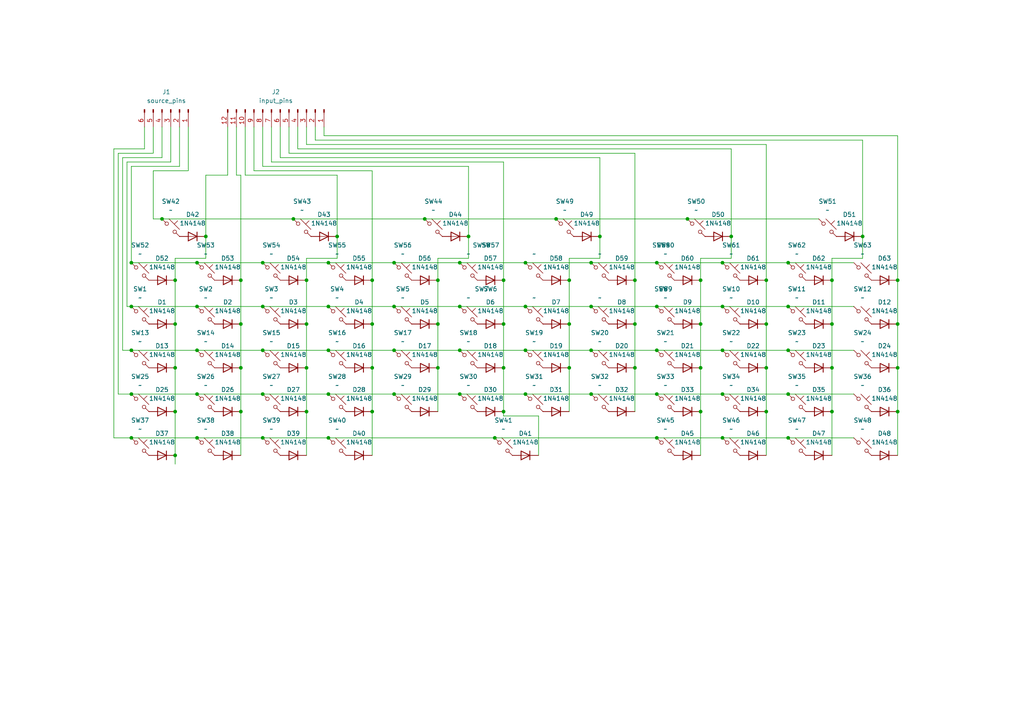
<source format=kicad_sch>
(kicad_sch (version 20250114) (generator "eeschema") (generator_version "9.0")
  (paper "A4")
  (title_block (title "Keyboard (No MCU)") (date "2026-02-11") (rev "0") (company "bread"))
  (junction (at 203.2 119.38))
  (junction (at 228.6 88.9))
  (junction (at 222.25 106.68))
  (junction (at 95.25 101.6))
  (junction (at 152.4 114.3))
  (junction (at 127 81.28))
  (junction (at 59.69 68.58))
  (junction (at 95.25 114.3))
  (junction (at 184.15 81.28))
  (junction (at 69.85 81.28))
  (junction (at 222.25 119.38))
  (junction (at 209.55 88.9))
  (junction (at 171.45 114.3))
  (junction (at 50.8 93.98))
  (junction (at 76.2 101.6))
  (junction (at 38.1 114.3))
  (junction (at 57.15 76.2))
  (junction (at 50.8 119.38))
  (junction (at 203.2 106.68))
  (junction (at 57.15 101.6))
  (junction (at 241.3 106.68))
  (junction (at 95.25 127))
  (junction (at 146.05 119.38))
  (junction (at 173.99 68.58))
  (junction (at 69.85 93.98))
  (junction (at 250.19 68.58))
  (junction (at 133.35 101.6))
  (junction (at 209.55 101.6))
  (junction (at 69.85 106.68))
  (junction (at 123.19 63.5))
  (junction (at 190.5 127))
  (junction (at 133.35 114.3))
  (junction (at 203.2 81.28))
  (junction (at 114.3 76.2))
  (junction (at 171.45 76.2))
  (junction (at 133.35 76.2))
  (junction (at 88.9 119.38))
  (junction (at 76.2 114.3))
  (junction (at 85.09 63.5))
  (junction (at 143.51 127))
  (junction (at 184.15 93.98))
  (junction (at 95.25 88.9))
  (junction (at 184.15 106.68))
  (junction (at 107.95 119.38))
  (junction (at 222.25 93.98))
  (junction (at 114.3 88.9))
  (junction (at 152.4 76.2))
  (junction (at 97.79 68.58))
  (junction (at 260.35 93.98))
  (junction (at 57.15 114.3))
  (junction (at 88.9 93.98))
  (junction (at 199.39 63.5))
  (junction (at 76.2 76.2))
  (junction (at 203.2 93.98))
  (junction (at 152.4 88.9))
  (junction (at 57.15 127))
  (junction (at 146.05 93.98))
  (junction (at 228.6 114.3))
  (junction (at 228.6 101.6))
  (junction (at 135.89 68.58))
  (junction (at 114.3 101.6))
  (junction (at 76.2 127))
  (junction (at 190.5 114.3))
  (junction (at 38.1 101.6))
  (junction (at 133.35 88.9))
  (junction (at 241.3 119.38))
  (junction (at 146.05 106.68))
  (junction (at 171.45 101.6))
  (junction (at 152.4 101.6))
  (junction (at 209.55 76.2))
  (junction (at 38.1 88.9))
  (junction (at 38.1 76.2))
  (junction (at 241.3 81.28))
  (junction (at 161.29 63.5))
  (junction (at 241.3 93.98))
  (junction (at 57.15 88.9))
  (junction (at 95.25 76.2))
  (junction (at 127 106.68))
  (junction (at 76.2 88.9))
  (junction (at 50.8 132.08))
  (junction (at 38.1 127))
  (junction (at 190.5 101.6))
  (junction (at 212.09 68.58))
  (junction (at 107.95 81.28))
  (junction (at 88.9 81.28))
  (junction (at 69.85 119.38))
  (junction (at 165.1 93.98))
  (junction (at 146.05 81.28))
  (junction (at 209.55 127))
  (junction (at 46.99 63.5))
  (junction (at 228.6 76.2))
  (junction (at 107.95 106.68))
  (junction (at 260.35 119.38))
  (junction (at 260.35 106.68))
  (junction (at 260.35 81.28))
  (junction (at 88.9 106.68))
  (junction (at 50.8 81.28))
  (junction (at 209.55 114.3))
  (junction (at 107.95 93.98))
  (junction (at 190.5 88.9))
  (junction (at 114.3 114.3))
  (junction (at 50.8 106.68))
  (junction (at 228.6 127))
  (junction (at 171.45 88.9))
  (junction (at 165.1 81.28))
  (junction (at 190.5 76.2))
  (junction (at 165.1 106.68))
  (junction (at 127 93.98))
  (junction (at 222.25 81.28))
  (wire (pts (xy 146.05 106.68) (xy 146.05 119.38)))
  (wire (pts (xy 228.6 101.6) (xy 247.65 101.6)))
  (wire (pts (xy 184.15 44.45) (xy 83.82 44.45)))
  (wire (pts (xy 95.25 101.6) (xy 114.3 101.6)))
  (wire (pts (xy 76.2 88.9) (xy 95.25 88.9)))
  (wire (pts (xy 203.2 93.98) (xy 203.2 106.68)))
  (wire (pts (xy 146.05 81.28) (xy 146.05 93.98)))
  (wire (pts (xy 69.85 106.68) (xy 69.85 119.38)))
  (wire (pts (xy 228.6 114.3) (xy 247.65 114.3)))
  (wire (pts (xy 241.3 81.28) (xy 241.3 93.98)))
  (wire (pts (xy 152.4 88.9) (xy 171.45 88.9)))
  (wire (pts (xy 133.35 76.2) (xy 152.4 76.2)))
  (wire (pts (xy 44.45 36.83) (xy 44.45 44.45)))
  (wire (pts (xy 91.44 40.64) (xy 91.44 36.83)))
  (wire (pts (xy 95.25 88.9) (xy 114.3 88.9)))
  (wire (pts (xy 107.95 49.53) (xy 107.95 81.28)))
  (wire (pts (xy 222.25 41.91) (xy 88.9 41.91)))
  (wire (pts (xy 76.2 127) (xy 95.25 127)))
  (wire (pts (xy 146.05 46.99) (xy 146.05 81.28)))
  (wire (pts (xy 209.55 76.2) (xy 228.6 76.2)))
  (wire (pts (xy 165.1 106.68) (xy 165.1 119.38)))
  (wire (pts (xy 50.8 106.68) (xy 50.8 119.38)))
  (wire (pts (xy 165.1 81.28) (xy 165.1 93.98)))
  (wire (pts (xy 73.66 36.83) (xy 73.66 49.53)))
  (wire (pts (xy 260.35 39.37) (xy 260.35 81.28)))
  (wire (pts (xy 203.2 74.93) (xy 203.2 81.28)))
  (wire (pts (xy 86.36 43.18) (xy 212.09 43.18)))
  (wire (pts (xy 250.19 40.64) (xy 250.19 68.58)))
  (wire (pts (xy 57.15 76.2) (xy 76.2 76.2)))
  (wire (pts (xy 54.61 36.83) (xy 54.61 49.53)))
  (wire (pts (xy 71.12 36.83) (xy 71.12 50.8)))
  (wire (pts (xy 209.55 88.9) (xy 228.6 88.9)))
  (wire (pts (xy 203.2 81.28) (xy 203.2 93.98)))
  (wire (pts (xy 78.74 36.83) (xy 78.74 46.99)))
  (wire (pts (xy 88.9 106.68) (xy 88.9 119.38)))
  (wire (pts (xy 69.85 50.8) (xy 68.58 50.8)))
  (wire (pts (xy 49.53 36.83) (xy 49.53 46.99)))
  (wire (pts (xy 133.35 114.3) (xy 152.4 114.3)))
  (wire (pts (xy 69.85 50.8) (xy 69.85 81.28)))
  (wire (pts (xy 171.45 101.6) (xy 190.5 101.6)))
  (wire (pts (xy 241.3 93.98) (xy 241.3 106.68)))
  (wire (pts (xy 190.5 76.2) (xy 209.55 76.2)))
  (wire (pts (xy 146.05 93.98) (xy 146.05 106.68)))
  (wire (pts (xy 46.99 63.5) (xy 44.45 63.5)))
  (wire (pts (xy 35.56 45.72) (xy 46.99 45.72)))
  (wire (pts (xy 66.04 36.83) (xy 66.04 50.8)))
  (wire (pts (xy 88.9 74.93) (xy 88.9 81.28)))
  (wire (pts (xy 212.09 74.93) (xy 203.2 74.93)))
  (wire (pts (xy 36.83 46.99) (xy 49.53 46.99)))
  (wire (pts (xy 44.45 63.5) (xy 44.45 49.53)))
  (wire (pts (xy 184.15 106.68) (xy 184.15 119.38)))
  (wire (pts (xy 209.55 114.3) (xy 228.6 114.3)))
  (wire (pts (xy 114.3 114.3) (xy 133.35 114.3)))
  (wire (pts (xy 146.05 120.65) (xy 156.21 120.65)))
  (wire (pts (xy 250.19 40.64) (xy 91.44 40.64)))
  (wire (pts (xy 152.4 114.3) (xy 171.45 114.3)))
  (wire (pts (xy 184.15 93.98) (xy 184.15 106.68)))
  (wire (pts (xy 88.9 41.91) (xy 88.9 36.83)))
  (wire (pts (xy 146.05 46.99) (xy 78.74 46.99)))
  (wire (pts (xy 57.15 88.9) (xy 76.2 88.9)))
  (wire (pts (xy 171.45 114.3) (xy 190.5 114.3)))
  (wire (pts (xy 203.2 106.68) (xy 203.2 119.38)))
  (wire (pts (xy 88.9 81.28) (xy 88.9 93.98)))
  (wire (pts (xy 171.45 88.9) (xy 190.5 88.9)))
  (wire (pts (xy 241.3 119.38) (xy 241.3 132.08)))
  (wire (pts (xy 171.45 76.2) (xy 190.5 76.2)))
  (wire (pts (xy 190.5 114.3) (xy 209.55 114.3)))
  (wire (pts (xy 165.1 74.93) (xy 165.1 81.28)))
  (wire (pts (xy 228.6 76.2) (xy 247.65 76.2)))
  (wire (pts (xy 59.69 50.8) (xy 66.04 50.8)))
  (wire (pts (xy 135.89 68.58) (xy 135.89 74.93)))
  (wire (pts (xy 190.5 127) (xy 209.55 127)))
  (wire (pts (xy 97.79 50.8) (xy 97.79 68.58)))
  (wire (pts (xy 36.83 88.9) (xy 36.83 46.99)))
  (wire (pts (xy 38.1 114.3) (xy 57.15 114.3)))
  (wire (pts (xy 184.15 81.28) (xy 184.15 93.98)))
  (wire (pts (xy 260.35 81.28) (xy 260.35 93.98)))
  (wire (pts (xy 57.15 101.6) (xy 76.2 101.6)))
  (wire (pts (xy 133.35 101.6) (xy 152.4 101.6)))
  (wire (pts (xy 76.2 114.3) (xy 95.25 114.3)))
  (wire (pts (xy 81.28 36.83) (xy 81.28 45.72)))
  (wire (pts (xy 95.25 114.3) (xy 114.3 114.3)))
  (wire (pts (xy 199.39 63.5) (xy 237.49 63.5)))
  (wire (pts (xy 34.29 114.3) (xy 34.29 44.45)))
  (wire (pts (xy 250.19 74.93) (xy 241.3 74.93)))
  (wire (pts (xy 50.8 81.28) (xy 50.8 93.98)))
  (wire (pts (xy 68.58 36.83) (xy 68.58 50.8)))
  (wire (pts (xy 97.79 74.93) (xy 88.9 74.93)))
  (wire (pts (xy 76.2 36.83) (xy 76.2 48.26)))
  (wire (pts (xy 34.29 114.3) (xy 38.1 114.3)))
  (wire (pts (xy 85.09 63.5) (xy 123.19 63.5)))
  (wire (pts (xy 52.07 36.83) (xy 52.07 48.26)))
  (wire (pts (xy 59.69 68.58) (xy 59.69 74.93)))
  (wire (pts (xy 71.12 50.8) (xy 97.79 50.8)))
  (wire (pts (xy 173.99 45.72) (xy 173.99 68.58)))
  (wire (pts (xy 107.95 49.53) (xy 73.66 49.53)))
  (wire (pts (xy 260.35 93.98) (xy 260.35 106.68)))
  (wire (pts (xy 95.25 76.2) (xy 114.3 76.2)))
  (wire (pts (xy 97.79 68.58) (xy 97.79 74.93)))
  (wire (pts (xy 57.15 127) (xy 76.2 127)))
  (wire (pts (xy 38.1 76.2) (xy 38.1 48.26)))
  (wire (pts (xy 50.8 93.98) (xy 50.8 106.68)))
  (wire (pts (xy 241.3 74.93) (xy 241.3 81.28)))
  (wire (pts (xy 260.35 106.68) (xy 260.35 119.38)))
  (wire (pts (xy 228.6 88.9) (xy 247.65 88.9)))
  (wire (pts (xy 173.99 74.93) (xy 165.1 74.93)))
  (wire (pts (xy 114.3 76.2) (xy 133.35 76.2)))
  (wire (pts (xy 228.6 127) (xy 247.65 127)))
  (wire (pts (xy 143.51 127) (xy 190.5 127)))
  (wire (pts (xy 135.89 48.26) (xy 135.89 68.58)))
  (wire (pts (xy 222.25 93.98) (xy 222.25 106.68)))
  (wire (pts (xy 35.56 101.6) (xy 35.56 45.72)))
  (wire (pts (xy 127 81.28) (xy 127 93.98)))
  (wire (pts (xy 165.1 93.98) (xy 165.1 106.68)))
  (wire (pts (xy 156.21 120.65) (xy 156.21 132.08)))
  (wire (pts (xy 209.55 101.6) (xy 228.6 101.6)))
  (wire (pts (xy 107.95 93.98) (xy 107.95 106.68)))
  (wire (pts (xy 203.2 119.38) (xy 203.2 132.08)))
  (wire (pts (xy 190.5 101.6) (xy 209.55 101.6)))
  (wire (pts (xy 222.25 119.38) (xy 222.25 132.08)))
  (wire (pts (xy 41.91 36.83) (xy 41.91 43.18)))
  (wire (pts (xy 38.1 76.2) (xy 57.15 76.2)))
  (wire (pts (xy 127 74.93) (xy 127 81.28)))
  (wire (pts (xy 81.28 45.72) (xy 173.99 45.72)))
  (wire (pts (xy 133.35 88.9) (xy 152.4 88.9)))
  (wire (pts (xy 50.8 132.08) (xy 50.8 134.62)))
  (wire (pts (xy 50.8 74.93) (xy 50.8 81.28)))
  (wire (pts (xy 88.9 119.38) (xy 88.9 132.08)))
  (wire (pts (xy 69.85 119.38) (xy 69.85 132.08)))
  (wire (pts (xy 38.1 48.26) (xy 52.07 48.26)))
  (wire (pts (xy 222.25 106.68) (xy 222.25 119.38)))
  (wire (pts (xy 114.3 88.9) (xy 133.35 88.9)))
  (wire (pts (xy 161.29 63.5) (xy 199.39 63.5)))
  (wire (pts (xy 50.8 119.38) (xy 50.8 132.08)))
  (wire (pts (xy 76.2 76.2) (xy 95.25 76.2)))
  (wire (pts (xy 59.69 74.93) (xy 50.8 74.93)))
  (wire (pts (xy 46.99 36.83) (xy 46.99 45.72)))
  (wire (pts (xy 184.15 44.45) (xy 184.15 81.28)))
  (wire (pts (xy 107.95 106.68) (xy 107.95 119.38)))
  (wire (pts (xy 241.3 106.68) (xy 241.3 119.38)))
  (wire (pts (xy 95.25 127) (xy 143.51 127)))
  (wire (pts (xy 260.35 39.37) (xy 93.98 39.37)))
  (wire (pts (xy 69.85 93.98) (xy 69.85 106.68)))
  (wire (pts (xy 250.19 68.58) (xy 250.19 74.93)))
  (wire (pts (xy 212.09 68.58) (xy 212.09 74.93)))
  (wire (pts (xy 93.98 39.37) (xy 93.98 36.83)))
  (wire (pts (xy 86.36 36.83) (xy 86.36 43.18)))
  (wire (pts (xy 107.95 81.28) (xy 107.95 93.98)))
  (wire (pts (xy 212.09 43.18) (xy 212.09 68.58)))
  (wire (pts (xy 123.19 63.5) (xy 161.29 63.5)))
  (wire (pts (xy 88.9 93.98) (xy 88.9 106.68)))
  (wire (pts (xy 38.1 88.9) (xy 57.15 88.9)))
  (wire (pts (xy 152.4 76.2) (xy 171.45 76.2)))
  (wire (pts (xy 38.1 127) (xy 57.15 127)))
  (wire (pts (xy 127 93.98) (xy 127 106.68)))
  (wire (pts (xy 34.29 44.45) (xy 44.45 44.45)))
  (wire (pts (xy 33.02 127) (xy 33.02 43.18)))
  (wire (pts (xy 152.4 101.6) (xy 171.45 101.6)))
  (wire (pts (xy 190.5 88.9) (xy 209.55 88.9)))
  (wire (pts (xy 209.55 127) (xy 228.6 127)))
  (wire (pts (xy 35.56 101.6) (xy 38.1 101.6)))
  (wire (pts (xy 33.02 43.18) (xy 41.91 43.18)))
  (wire (pts (xy 260.35 119.38) (xy 260.35 132.08)))
  (wire (pts (xy 83.82 36.83) (xy 83.82 44.45)))
  (wire (pts (xy 57.15 114.3) (xy 76.2 114.3)))
  (wire (pts (xy 114.3 101.6) (xy 133.35 101.6)))
  (wire (pts (xy 59.69 50.8) (xy 59.69 68.58)))
  (wire (pts (xy 173.99 68.58) (xy 173.99 74.93)))
  (wire (pts (xy 76.2 101.6) (xy 95.25 101.6)))
  (wire (pts (xy 33.02 127) (xy 38.1 127)))
  (wire (pts (xy 127 106.68) (xy 127 119.38)))
  (wire (pts (xy 222.25 41.91) (xy 222.25 81.28)))
  (wire (pts (xy 135.89 74.93) (xy 127 74.93)))
  (wire (pts (xy 36.83 88.9) (xy 38.1 88.9)))
  (wire (pts (xy 38.1 101.6) (xy 57.15 101.6)))
  (wire (pts (xy 107.95 119.38) (xy 107.95 132.08)))
  (wire (pts (xy 222.25 81.28) (xy 222.25 93.98)))
  (wire (pts (xy 76.2 48.26) (xy 135.89 48.26)))
  (wire (pts (xy 46.99 63.5) (xy 85.09 63.5)))
  (wire (pts (xy 44.45 49.53) (xy 54.61 49.53)))
  (wire (pts (xy 146.05 119.38) (xy 146.05 120.65)))
  (wire (pts (xy 69.85 81.28) (xy 69.85 93.98)))
  (symbol (lib_id "Diode:1N4148") (at 199.39 93.98 180) (unit 1)
    (property "Reference" "D9" (at 199.39 87.63 0))
    (property "Value" "1N4148" (at 199.39 90.17 0))
    (property "Footprint" "Diode_THT:D_DO-35_SOD27_P7.62mm_Horizontal" (effects (hide yes)))
    (property "Datasheet" "https://assets.nexperia.com/documents/data-sheet/1N4148_1N4448.pdf" (effects (hide yes)))
    (property "Description" "100V 0.15A standard switching diode, DO-35" (effects (hide yes)))
    (property "Sim.Device" "D" (effects (hide yes)))
    (property "Sim.Pins" "1=K 2=A" (effects (hide yes)))
  )
  (symbol (lib_id "Diode:1N4148") (at 85.09 119.38 180) (unit 1)
    (property "Reference" "D27" (at 85.09 113.03 0))
    (property "Value" "1N4148" (at 85.09 115.57 0))
    (property "Footprint" "Diode_THT:D_DO-35_SOD27_P7.62mm_Horizontal" (effects (hide yes)))
    (property "Datasheet" "https://assets.nexperia.com/documents/data-sheet/1N4148_1N4448.pdf" (effects (hide yes)))
    (property "Description" "100V 0.15A standard switching diode, DO-35" (effects (hide yes)))
    (property "Sim.Device" "D" (effects (hide yes)))
    (property "Sim.Pins" "1=K 2=A" (effects (hide yes)))
  )
  (symbol (lib_id "Switch:SW_Push_45deg") (at 59.69 104.14 0) (unit 1)
    (property "Reference" "SW14" (at 59.69 96.52 0))
    (property "Value" "~" (at 59.69 99.06 0))
    (property "Footprint" "Button_Switch_THT:SW_PUSH_6mm" (effects (hide yes)))
    (property "Description" "Push button switch, normally open, two pins, 45° tilted" (effects (hide yes)))
  )
  (symbol (lib_id "Switch:SW_Push_45deg") (at 78.74 104.14 0) (unit 1)
    (property "Reference" "SW15" (at 78.74 96.52 0))
    (property "Value" "~" (at 78.74 99.06 0))
    (property "Footprint" "Button_Switch_THT:SW_PUSH_6mm" (effects (hide yes)))
    (property "Description" "Push button switch, normally open, two pins, 45° tilted" (effects (hide yes)))
  )
  (symbol (lib_id "Switch:SW_Push_45deg") (at 154.94 78.74 0) (unit 1)
    (property "Reference" "SW58" (at 139.7 71.12 0))
    (property "Value" "~" (at 154.94 73.66 0))
    (property "Footprint" "Button_Switch_THT:SW_PUSH_6mm" (effects (hide yes)))
    (property "Description" "Push button switch, normally open, two pins, 45° tilted" (effects (hide yes)))
  )
  (symbol (lib_id "Switch:SW_Push_45deg") (at 49.53 66.04 0) (unit 1)
    (property "Reference" "SW42" (at 49.53 58.42 0))
    (property "Value" "~" (at 49.53 60.96 0))
    (property "Footprint" "Button_Switch_THT:SW_PUSH_6mm" (effects (hide yes)))
    (property "Description" "Push button switch, normally open, two pins, 45° tilted" (effects (hide yes)))
  )
  (symbol (lib_id "Switch:SW_Push_45deg") (at 125.73 66.04 0) (unit 1)
    (property "Reference" "SW44" (at 125.73 58.42 0))
    (property "Value" "~" (at 125.73 60.96 0))
    (property "Footprint" "Button_Switch_THT:SW_PUSH_6mm" (effects (hide yes)))
    (property "Description" "Push button switch, normally open, two pins, 45° tilted" (effects (hide yes)))
  )
  (symbol (lib_id "Switch:SW_Push_45deg") (at 212.09 116.84 0) (unit 1)
    (property "Reference" "SW34" (at 212.09 109.22 0))
    (property "Value" "~" (at 212.09 111.76 0))
    (property "Footprint" "Button_Switch_THT:SW_PUSH_6mm" (effects (hide yes)))
    (property "Description" "Push button switch, normally open, two pins, 45° tilted" (effects (hide yes)))
  )
  (symbol (lib_id "Switch:SW_Push_45deg") (at 250.19 129.54 0) (unit 1)
    (property "Reference" "SW48" (at 250.19 121.92 0))
    (property "Value" "~" (at 250.19 124.46 0))
    (property "Footprint" "Button_Switch_THT:SW_PUSH_6mm" (effects (hide yes)))
    (property "Description" "Push button switch, normally open, two pins, 45° tilted" (effects (hide yes)))
  )
  (symbol (lib_id "Diode:1N4148") (at 66.04 119.38 180) (unit 1)
    (property "Reference" "D26" (at 66.04 113.03 0))
    (property "Value" "1N4148" (at 66.04 115.57 0))
    (property "Footprint" "Diode_THT:D_DO-35_SOD27_P7.62mm_Horizontal" (effects (hide yes)))
    (property "Datasheet" "https://assets.nexperia.com/documents/data-sheet/1N4148_1N4448.pdf" (effects (hide yes)))
    (property "Description" "100V 0.15A standard switching diode, DO-35" (effects (hide yes)))
    (property "Sim.Device" "D" (effects (hide yes)))
    (property "Sim.Pins" "1=K 2=A" (effects (hide yes)))
  )
  (symbol (lib_id "Diode:1N4148") (at 46.99 119.38 180) (unit 1)
    (property "Reference" "D25" (at 46.99 113.03 0))
    (property "Value" "1N4148" (at 46.99 115.57 0))
    (property "Footprint" "Diode_THT:D_DO-35_SOD27_P7.62mm_Horizontal" (effects (hide yes)))
    (property "Datasheet" "https://assets.nexperia.com/documents/data-sheet/1N4148_1N4448.pdf" (effects (hide yes)))
    (property "Description" "100V 0.15A standard switching diode, DO-35" (effects (hide yes)))
    (property "Sim.Device" "D" (effects (hide yes)))
    (property "Sim.Pins" "1=K 2=A" (effects (hide yes)))
  )
  (symbol (lib_id "Switch:SW_Push_45deg") (at 250.19 91.44 0) (unit 1)
    (property "Reference" "SW12" (at 250.19 83.82 0))
    (property "Value" "~" (at 250.19 86.36 0))
    (property "Footprint" "Button_Switch_THT:SW_PUSH_6mm" (effects (hide yes)))
    (property "Description" "Push button switch, normally open, two pins, 45° tilted" (effects (hide yes)))
  )
  (symbol (lib_id "Diode:1N4148") (at 218.44 93.98 180) (unit 1)
    (property "Reference" "D10" (at 218.44 87.63 0))
    (property "Value" "1N4148" (at 218.44 90.17 0))
    (property "Footprint" "Diode_THT:D_DO-35_SOD27_P7.62mm_Horizontal" (effects (hide yes)))
    (property "Datasheet" "https://assets.nexperia.com/documents/data-sheet/1N4148_1N4448.pdf" (effects (hide yes)))
    (property "Description" "100V 0.15A standard switching diode, DO-35" (effects (hide yes)))
    (property "Sim.Device" "D" (effects (hide yes)))
    (property "Sim.Pins" "1=K 2=A" (effects (hide yes)))
  )
  (symbol (lib_id "Switch:SW_Push_45deg") (at 40.64 116.84 0) (unit 1)
    (property "Reference" "SW25" (at 40.64 109.22 0))
    (property "Value" "~" (at 40.64 111.76 0))
    (property "Footprint" "Button_Switch_THT:SW_PUSH_6mm" (effects (hide yes)))
    (property "Description" "Push button switch, normally open, two pins, 45° tilted" (effects (hide yes)))
  )
  (symbol (lib_id "Switch:SW_Push_45deg") (at 135.89 104.14 0) (unit 1)
    (property "Reference" "SW18" (at 135.89 96.52 0))
    (property "Value" "~" (at 135.89 99.06 0))
    (property "Footprint" "Button_Switch_THT:SW_PUSH_6mm" (effects (hide yes)))
    (property "Description" "Push button switch, normally open, two pins, 45° tilted" (effects (hide yes)))
  )
  (symbol (lib_id "Switch:SW_Push_45deg") (at 193.04 91.44 0) (unit 1)
    (property "Reference" "SW9" (at 193.04 83.82 0))
    (property "Value" "~" (at 193.04 86.36 0))
    (property "Footprint" "Button_Switch_THT:SW_PUSH_6mm" (effects (hide yes)))
    (property "Description" "Push button switch, normally open, two pins, 45° tilted" (effects (hide yes)))
  )
  (symbol (lib_id "Switch:SW_Push_45deg") (at 193.04 104.14 0) (unit 1)
    (property "Reference" "SW21" (at 193.04 96.52 0))
    (property "Value" "~" (at 193.04 99.06 0))
    (property "Footprint" "Button_Switch_THT:SW_PUSH_6mm" (effects (hide yes)))
    (property "Description" "Push button switch, normally open, two pins, 45° tilted" (effects (hide yes)))
  )
  (symbol (lib_id "Switch:SW_Push_45deg") (at 97.79 104.14 0) (unit 1)
    (property "Reference" "SW16" (at 97.79 96.52 0))
    (property "Value" "~" (at 97.79 99.06 0))
    (property "Footprint" "Button_Switch_THT:SW_PUSH_6mm" (effects (hide yes)))
    (property "Description" "Push button switch, normally open, two pins, 45° tilted" (effects (hide yes)))
  )
  (symbol (lib_id "Diode:1N4148") (at 123.19 93.98 180) (unit 1)
    (property "Reference" "D5" (at 123.19 87.63 0))
    (property "Value" "1N4148" (at 123.19 90.17 0))
    (property "Footprint" "Diode_THT:D_DO-35_SOD27_P7.62mm_Horizontal" (effects (hide yes)))
    (property "Datasheet" "https://assets.nexperia.com/documents/data-sheet/1N4148_1N4448.pdf" (effects (hide yes)))
    (property "Description" "100V 0.15A standard switching diode, DO-35" (effects (hide yes)))
    (property "Sim.Device" "D" (effects (hide yes)))
    (property "Sim.Pins" "1=K 2=A" (effects (hide yes)))
  )
  (symbol (lib_id "Connector:Conn_01x12_Pin") (at 81.28 31.75 270) (unit 1)
    (property "Reference" "J2" (at 80.01 26.67 90))
    (property "Value" "input_pins" (at 80.01 29.21 90))
    (property "Footprint" "Connector_PinHeader_2.54mm:PinHeader_1x12_P2.54mm_Vertical" (effects (hide yes)))
    (property "Description" "Generic connector, single row, 01x12, script generated" (effects (hide yes)))
  )
  (symbol (lib_id "Diode:1N4148") (at 46.99 93.98 180) (unit 1)
    (property "Reference" "D1" (at 46.99 87.63 0))
    (property "Value" "1N4148" (at 46.99 90.17 0))
    (property "Footprint" "Diode_THT:D_DO-35_SOD27_P7.62mm_Horizontal" (effects (hide yes)))
    (property "Datasheet" "https://assets.nexperia.com/documents/data-sheet/1N4148_1N4448.pdf" (effects (hide yes)))
    (property "Description" "100V 0.15A standard switching diode, DO-35" (effects (hide yes)))
    (property "Sim.Device" "D" (effects (hide yes)))
    (property "Sim.Pins" "1=K 2=A" (effects (hide yes)))
  )
  (symbol (lib_id "Switch:SW_Push_45deg") (at 193.04 78.74 0) (unit 1)
    (property "Reference" "SW60" (at 193.04 71.12 0))
    (property "Value" "~" (at 193.04 73.66 0))
    (property "Footprint" "Button_Switch_THT:SW_PUSH_6mm" (effects (hide yes)))
    (property "Description" "Push button switch, normally open, two pins, 45° tilted" (effects (hide yes)))
  )
  (symbol (lib_id "Diode:1N4148") (at 218.44 106.68 180) (unit 1)
    (property "Reference" "D22" (at 218.44 100.33 0))
    (property "Value" "1N4148" (at 218.44 102.87 0))
    (property "Footprint" "Diode_THT:D_DO-35_SOD27_P7.62mm_Horizontal" (effects (hide yes)))
    (property "Datasheet" "https://assets.nexperia.com/documents/data-sheet/1N4148_1N4448.pdf" (effects (hide yes)))
    (property "Description" "100V 0.15A standard switching diode, DO-35" (effects (hide yes)))
    (property "Sim.Device" "D" (effects (hide yes)))
    (property "Sim.Pins" "1=K 2=A" (effects (hide yes)))
  )
  (symbol (lib_id "Diode:1N4148") (at 123.19 106.68 180) (unit 1)
    (property "Reference" "D17" (at 123.19 100.33 0))
    (property "Value" "1N4148" (at 123.19 102.87 0))
    (property "Footprint" "Diode_THT:D_DO-35_SOD27_P7.62mm_Horizontal" (effects (hide yes)))
    (property "Datasheet" "https://assets.nexperia.com/documents/data-sheet/1N4148_1N4448.pdf" (effects (hide yes)))
    (property "Description" "100V 0.15A standard switching diode, DO-35" (effects (hide yes)))
    (property "Sim.Device" "D" (effects (hide yes)))
    (property "Sim.Pins" "1=K 2=A" (effects (hide yes)))
  )
  (symbol (lib_id "Switch:SW_Push_45deg") (at 40.64 104.14 0) (unit 1)
    (property "Reference" "SW13" (at 40.64 96.52 0))
    (property "Value" "~" (at 40.64 99.06 0))
    (property "Footprint" "Button_Switch_THT:SW_PUSH_6mm" (effects (hide yes)))
    (property "Description" "Push button switch, normally open, two pins, 45° tilted" (effects (hide yes)))
  )
  (symbol (lib_id "Switch:SW_Push_45deg") (at 97.79 78.74 0) (unit 1)
    (property "Reference" "SW55" (at 97.79 71.12 0))
    (property "Value" "~" (at 97.79 73.66 0))
    (property "Footprint" "Button_Switch_THT:SW_PUSH_6mm" (effects (hide yes)))
    (property "Description" "Push button switch, normally open, two pins, 45° tilted" (effects (hide yes)))
  )
  (symbol (lib_id "Switch:SW_Push_45deg") (at 116.84 78.74 0) (unit 1)
    (property "Reference" "SW56" (at 116.84 71.12 0))
    (property "Value" "~" (at 116.84 73.66 0))
    (property "Footprint" "Button_Switch_THT:SW_PUSH_6mm" (effects (hide yes)))
    (property "Description" "Push button switch, normally open, two pins, 45° tilted" (effects (hide yes)))
  )
  (symbol (lib_id "Switch:SW_Push_45deg") (at 116.84 104.14 0) (unit 1)
    (property "Reference" "SW17" (at 116.84 96.52 0))
    (property "Value" "~" (at 116.84 99.06 0))
    (property "Footprint" "Button_Switch_THT:SW_PUSH_6mm" (effects (hide yes)))
    (property "Description" "Push button switch, normally open, two pins, 45° tilted" (effects (hide yes)))
  )
  (symbol (lib_id "Diode:1N4148") (at 256.54 81.28 180) (unit 1)
    (property "Reference" "D63" (at 256.54 74.93 0))
    (property "Value" "1N4148" (at 256.54 77.47 0))
    (property "Footprint" "Diode_THT:D_DO-35_SOD27_P7.62mm_Horizontal" (effects (hide yes)))
    (property "Datasheet" "https://assets.nexperia.com/documents/data-sheet/1N4148_1N4448.pdf" (effects (hide yes)))
    (property "Description" "100V 0.15A standard switching diode, DO-35" (effects (hide yes)))
    (property "Sim.Device" "D" (effects (hide yes)))
    (property "Sim.Pins" "1=K 2=A" (effects (hide yes)))
  )
  (symbol (lib_id "Diode:1N4148") (at 66.04 106.68 180) (unit 1)
    (property "Reference" "D14" (at 66.04 100.33 0))
    (property "Value" "1N4148" (at 66.04 102.87 0))
    (property "Footprint" "Diode_THT:D_DO-35_SOD27_P7.62mm_Horizontal" (effects (hide yes)))
    (property "Datasheet" "https://assets.nexperia.com/documents/data-sheet/1N4148_1N4448.pdf" (effects (hide yes)))
    (property "Description" "100V 0.15A standard switching diode, DO-35" (effects (hide yes)))
    (property "Sim.Device" "D" (effects (hide yes)))
    (property "Sim.Pins" "1=K 2=A" (effects (hide yes)))
  )
  (symbol (lib_id "Switch:SW_Push_45deg") (at 231.14 116.84 0) (unit 1)
    (property "Reference" "SW35" (at 231.14 109.22 0))
    (property "Value" "~" (at 231.14 111.76 0))
    (property "Footprint" "Button_Switch_THT:SW_PUSH_6mm" (effects (hide yes)))
    (property "Description" "Push button switch, normally open, two pins, 45° tilted" (effects (hide yes)))
  )
  (symbol (lib_id "Diode:1N4148") (at 170.18 68.58 180) (unit 1)
    (property "Reference" "D49" (at 170.18 62.23 0))
    (property "Value" "1N4148" (at 170.18 64.77 0))
    (property "Footprint" "Diode_THT:D_DO-35_SOD27_P7.62mm_Horizontal" (effects (hide yes)))
    (property "Datasheet" "https://assets.nexperia.com/documents/data-sheet/1N4148_1N4448.pdf" (effects (hide yes)))
    (property "Description" "100V 0.15A standard switching diode, DO-35" (effects (hide yes)))
    (property "Sim.Device" "D" (effects (hide yes)))
    (property "Sim.Pins" "1=K 2=A" (effects (hide yes)))
  )
  (symbol (lib_id "Switch:SW_Push_45deg") (at 116.84 116.84 0) (unit 1)
    (property "Reference" "SW29" (at 116.84 109.22 0))
    (property "Value" "~" (at 116.84 111.76 0))
    (property "Footprint" "Button_Switch_THT:SW_PUSH_6mm" (effects (hide yes)))
    (property "Description" "Push button switch, normally open, two pins, 45° tilted" (effects (hide yes)))
  )
  (symbol (lib_id "Diode:1N4148") (at 237.49 106.68 180) (unit 1)
    (property "Reference" "D23" (at 237.49 100.33 0))
    (property "Value" "1N4148" (at 237.49 102.87 0))
    (property "Footprint" "Diode_THT:D_DO-35_SOD27_P7.62mm_Horizontal" (effects (hide yes)))
    (property "Datasheet" "https://assets.nexperia.com/documents/data-sheet/1N4148_1N4448.pdf" (effects (hide yes)))
    (property "Description" "100V 0.15A standard switching diode, DO-35" (effects (hide yes)))
    (property "Sim.Device" "D" (effects (hide yes)))
    (property "Sim.Pins" "1=K 2=A" (effects (hide yes)))
  )
  (symbol (lib_id "Diode:1N4148") (at 66.04 93.98 180) (unit 1)
    (property "Reference" "D2" (at 66.04 87.63 0))
    (property "Value" "1N4148" (at 66.04 90.17 0))
    (property "Footprint" "Diode_THT:D_DO-35_SOD27_P7.62mm_Horizontal" (effects (hide yes)))
    (property "Datasheet" "https://assets.nexperia.com/documents/data-sheet/1N4148_1N4448.pdf" (effects (hide yes)))
    (property "Description" "100V 0.15A standard switching diode, DO-35" (effects (hide yes)))
    (property "Sim.Device" "D" (effects (hide yes)))
    (property "Sim.Pins" "1=K 2=A" (effects (hide yes)))
  )
  (symbol (lib_id "Diode:1N4148") (at 237.49 132.08 180) (unit 1)
    (property "Reference" "D47" (at 237.49 125.73 0))
    (property "Value" "1N4148" (at 237.49 128.27 0))
    (property "Footprint" "Diode_THT:D_DO-35_SOD27_P7.62mm_Horizontal" (effects (hide yes)))
    (property "Datasheet" "https://assets.nexperia.com/documents/data-sheet/1N4148_1N4448.pdf" (effects (hide yes)))
    (property "Description" "100V 0.15A standard switching diode, DO-35" (effects (hide yes)))
    (property "Sim.Device" "D" (effects (hide yes)))
    (property "Sim.Pins" "1=K 2=A" (effects (hide yes)))
  )
  (symbol (lib_id "Switch:SW_Push_45deg") (at 193.04 116.84 0) (unit 1)
    (property "Reference" "SW33" (at 193.04 109.22 0))
    (property "Value" "~" (at 193.04 111.76 0))
    (property "Footprint" "Button_Switch_THT:SW_PUSH_6mm" (effects (hide yes)))
    (property "Description" "Push button switch, normally open, two pins, 45° tilted" (effects (hide yes)))
  )
  (symbol (lib_id "Diode:1N4148") (at 208.28 68.58 180) (unit 1)
    (property "Reference" "D50" (at 208.28 62.23 0))
    (property "Value" "1N4148" (at 208.28 64.77 0))
    (property "Footprint" "Diode_THT:D_DO-35_SOD27_P7.62mm_Horizontal" (effects (hide yes)))
    (property "Datasheet" "https://assets.nexperia.com/documents/data-sheet/1N4148_1N4448.pdf" (effects (hide yes)))
    (property "Description" "100V 0.15A standard switching diode, DO-35" (effects (hide yes)))
    (property "Sim.Device" "D" (effects (hide yes)))
    (property "Sim.Pins" "1=K 2=A" (effects (hide yes)))
  )
  (symbol (lib_id "Diode:1N4148") (at 85.09 93.98 180) (unit 1)
    (property "Reference" "D3" (at 85.09 87.63 0))
    (property "Value" "1N4148" (at 85.09 90.17 0))
    (property "Footprint" "Diode_THT:D_DO-35_SOD27_P7.62mm_Horizontal" (effects (hide yes)))
    (property "Datasheet" "https://assets.nexperia.com/documents/data-sheet/1N4148_1N4448.pdf" (effects (hide yes)))
    (property "Description" "100V 0.15A standard switching diode, DO-35" (effects (hide yes)))
    (property "Sim.Device" "D" (effects (hide yes)))
    (property "Sim.Pins" "1=K 2=A" (effects (hide yes)))
  )
  (symbol (lib_id "Switch:SW_Push_45deg") (at 135.89 91.44 0) (unit 1)
    (property "Reference" "SW6" (at 142.24 83.82 0))
    (property "Value" "~" (at 135.89 86.36 0))
    (property "Footprint" "Button_Switch_THT:SW_PUSH_6mm" (effects (hide yes)))
    (property "Description" "Push button switch, normally open, two pins, 45° tilted" (effects (hide yes)))
  )
  (symbol (lib_id "Diode:1N4148") (at 180.34 106.68 180) (unit 1)
    (property "Reference" "D20" (at 180.34 100.33 0))
    (property "Value" "1N4148" (at 180.34 102.87 0))
    (property "Footprint" "Diode_THT:D_DO-35_SOD27_P7.62mm_Horizontal" (effects (hide yes)))
    (property "Datasheet" "https://assets.nexperia.com/documents/data-sheet/1N4148_1N4448.pdf" (effects (hide yes)))
    (property "Description" "100V 0.15A standard switching diode, DO-35" (effects (hide yes)))
    (property "Sim.Device" "D" (effects (hide yes)))
    (property "Sim.Pins" "1=K 2=A" (effects (hide yes)))
  )
  (symbol (lib_id "Diode:1N4148") (at 93.98 68.58 180) (unit 1)
    (property "Reference" "D43" (at 93.98 62.23 0))
    (property "Value" "1N4148" (at 93.98 64.77 0))
    (property "Footprint" "Diode_THT:D_DO-35_SOD27_P7.62mm_Horizontal" (effects (hide yes)))
    (property "Datasheet" "https://assets.nexperia.com/documents/data-sheet/1N4148_1N4448.pdf" (effects (hide yes)))
    (property "Description" "100V 0.15A standard switching diode, DO-35" (effects (hide yes)))
    (property "Sim.Device" "D" (effects (hide yes)))
    (property "Sim.Pins" "1=K 2=A" (effects (hide yes)))
  )
  (symbol (lib_id "Diode:1N4148") (at 237.49 81.28 180) (unit 1)
    (property "Reference" "D62" (at 237.49 74.93 0))
    (property "Value" "1N4148" (at 237.49 77.47 0))
    (property "Footprint" "Diode_THT:D_DO-35_SOD27_P7.62mm_Horizontal" (effects (hide yes)))
    (property "Datasheet" "https://assets.nexperia.com/documents/data-sheet/1N4148_1N4448.pdf" (effects (hide yes)))
    (property "Description" "100V 0.15A standard switching diode, DO-35" (effects (hide yes)))
    (property "Sim.Device" "D" (effects (hide yes)))
    (property "Sim.Pins" "1=K 2=A" (effects (hide yes)))
  )
  (symbol (lib_id "Diode:1N4148") (at 46.99 132.08 180) (unit 1)
    (property "Reference" "D37" (at 46.99 125.73 0))
    (property "Value" "1N4148" (at 46.99 128.27 0))
    (property "Footprint" "Diode_THT:D_DO-35_SOD27_P7.62mm_Horizontal" (effects (hide yes)))
    (property "Datasheet" "https://assets.nexperia.com/documents/data-sheet/1N4148_1N4448.pdf" (effects (hide yes)))
    (property "Description" "100V 0.15A standard switching diode, DO-35" (effects (hide yes)))
    (property "Sim.Device" "D" (effects (hide yes)))
    (property "Sim.Pins" "1=K 2=A" (effects (hide yes)))
  )
  (symbol (lib_id "Switch:SW_Push_45deg") (at 59.69 129.54 0) (unit 1)
    (property "Reference" "SW38" (at 59.69 121.92 0))
    (property "Value" "~" (at 59.69 124.46 0))
    (property "Footprint" "Button_Switch_THT:SW_PUSH_6mm" (effects (hide yes)))
    (property "Description" "Push button switch, normally open, two pins, 45° tilted" (effects (hide yes)))
  )
  (symbol (lib_id "Diode:1N4148") (at 218.44 81.28 180) (unit 1)
    (property "Reference" "D61" (at 218.44 74.93 0))
    (property "Value" "1N4148" (at 218.44 77.47 0))
    (property "Footprint" "Diode_THT:D_DO-35_SOD27_P7.62mm_Horizontal" (effects (hide yes)))
    (property "Datasheet" "https://assets.nexperia.com/documents/data-sheet/1N4148_1N4448.pdf" (effects (hide yes)))
    (property "Description" "100V 0.15A standard switching diode, DO-35" (effects (hide yes)))
    (property "Sim.Device" "D" (effects (hide yes)))
    (property "Sim.Pins" "1=K 2=A" (effects (hide yes)))
  )
  (symbol (lib_id "Switch:SW_Push_45deg") (at 97.79 91.44 0) (unit 1)
    (property "Reference" "SW4" (at 97.79 83.82 0))
    (property "Value" "~" (at 97.79 86.36 0))
    (property "Footprint" "Button_Switch_THT:SW_PUSH_6mm" (effects (hide yes)))
    (property "Description" "Push button switch, normally open, two pins, 45° tilted" (effects (hide yes)))
  )
  (symbol (lib_id "Diode:1N4148") (at 85.09 132.08 180) (unit 1)
    (property "Reference" "D39" (at 85.09 125.73 0))
    (property "Value" "1N4148" (at 85.09 128.27 0))
    (property "Footprint" "Diode_THT:D_DO-35_SOD27_P7.62mm_Horizontal" (effects (hide yes)))
    (property "Datasheet" "https://assets.nexperia.com/documents/data-sheet/1N4148_1N4448.pdf" (effects (hide yes)))
    (property "Description" "100V 0.15A standard switching diode, DO-35" (effects (hide yes)))
    (property "Sim.Device" "D" (effects (hide yes)))
    (property "Sim.Pins" "1=K 2=A" (effects (hide yes)))
  )
  (symbol (lib_id "Switch:SW_Push_45deg") (at 212.09 91.44 0) (unit 1)
    (property "Reference" "SW10" (at 212.09 83.82 0))
    (property "Value" "~" (at 212.09 86.36 0))
    (property "Footprint" "Button_Switch_THT:SW_PUSH_6mm" (effects (hide yes)))
    (property "Description" "Push button switch, normally open, two pins, 45° tilted" (effects (hide yes)))
  )
  (symbol (lib_id "Diode:1N4148") (at 142.24 93.98 180) (unit 1)
    (property "Reference" "D6" (at 142.24 87.63 0))
    (property "Value" "1N4148" (at 142.24 90.17 0))
    (property "Footprint" "Diode_THT:D_DO-35_SOD27_P7.62mm_Horizontal" (effects (hide yes)))
    (property "Datasheet" "https://assets.nexperia.com/documents/data-sheet/1N4148_1N4448.pdf" (effects (hide yes)))
    (property "Description" "100V 0.15A standard switching diode, DO-35" (effects (hide yes)))
    (property "Sim.Device" "D" (effects (hide yes)))
    (property "Sim.Pins" "1=K 2=A" (effects (hide yes)))
  )
  (symbol (lib_id "Diode:1N4148") (at 218.44 119.38 180) (unit 1)
    (property "Reference" "D34" (at 218.44 113.03 0))
    (property "Value" "1N4148" (at 218.44 115.57 0))
    (property "Footprint" "Diode_THT:D_DO-35_SOD27_P7.62mm_Horizontal" (effects (hide yes)))
    (property "Datasheet" "https://assets.nexperia.com/documents/data-sheet/1N4148_1N4448.pdf" (effects (hide yes)))
    (property "Description" "100V 0.15A standard switching diode, DO-35" (effects (hide yes)))
    (property "Sim.Device" "D" (effects (hide yes)))
    (property "Sim.Pins" "1=K 2=A" (effects (hide yes)))
  )
  (symbol (lib_id "Diode:1N4148") (at 161.29 81.28 180) (unit 1)
    (property "Reference" "D58" (at 161.29 74.93 0))
    (property "Value" "1N4148" (at 161.29 77.47 0))
    (property "Footprint" "Diode_THT:D_DO-35_SOD27_P7.62mm_Horizontal" (effects (hide yes)))
    (property "Datasheet" "https://assets.nexperia.com/documents/data-sheet/1N4148_1N4448.pdf" (effects (hide yes)))
    (property "Description" "100V 0.15A standard switching diode, DO-35" (effects (hide yes)))
    (property "Sim.Device" "D" (effects (hide yes)))
    (property "Sim.Pins" "1=K 2=A" (effects (hide yes)))
  )
  (symbol (lib_id "Diode:1N4148") (at 199.39 81.28 180) (unit 1)
    (property "Reference" "D60" (at 199.39 74.93 0))
    (property "Value" "1N4148" (at 199.39 77.47 0))
    (property "Footprint" "Diode_THT:D_DO-35_SOD27_P7.62mm_Horizontal" (effects (hide yes)))
    (property "Datasheet" "https://assets.nexperia.com/documents/data-sheet/1N4148_1N4448.pdf" (effects (hide yes)))
    (property "Description" "100V 0.15A standard switching diode, DO-35" (effects (hide yes)))
    (property "Sim.Device" "D" (effects (hide yes)))
    (property "Sim.Pins" "1=K 2=A" (effects (hide yes)))
  )
  (symbol (lib_id "Diode:1N4148") (at 199.39 132.08 180) (unit 1)
    (property "Reference" "D45" (at 199.39 125.73 0))
    (property "Value" "1N4148" (at 199.39 128.27 0))
    (property "Footprint" "Diode_THT:D_DO-35_SOD27_P7.62mm_Horizontal" (effects (hide yes)))
    (property "Datasheet" "https://assets.nexperia.com/documents/data-sheet/1N4148_1N4448.pdf" (effects (hide yes)))
    (property "Description" "100V 0.15A standard switching diode, DO-35" (effects (hide yes)))
    (property "Sim.Device" "D" (effects (hide yes)))
    (property "Sim.Pins" "1=K 2=A" (effects (hide yes)))
  )
  (symbol (lib_id "Diode:1N4148") (at 161.29 106.68 180) (unit 1)
    (property "Reference" "D19" (at 161.29 100.33 0))
    (property "Value" "1N4148" (at 161.29 102.87 0))
    (property "Footprint" "Diode_THT:D_DO-35_SOD27_P7.62mm_Horizontal" (effects (hide yes)))
    (property "Datasheet" "https://assets.nexperia.com/documents/data-sheet/1N4148_1N4448.pdf" (effects (hide yes)))
    (property "Description" "100V 0.15A standard switching diode, DO-35" (effects (hide yes)))
    (property "Sim.Device" "D" (effects (hide yes)))
    (property "Sim.Pins" "1=K 2=A" (effects (hide yes)))
  )
  (symbol (lib_id "Diode:1N4148") (at 152.4 132.08 180) (unit 1)
    (property "Reference" "D41" (at 152.4 125.73 0))
    (property "Value" "1N4148" (at 152.4 128.27 0))
    (property "Footprint" "Diode_THT:D_DO-35_SOD27_P7.62mm_Horizontal" (effects (hide yes)))
    (property "Datasheet" "https://assets.nexperia.com/documents/data-sheet/1N4148_1N4448.pdf" (effects (hide yes)))
    (property "Description" "100V 0.15A standard switching diode, DO-35" (effects (hide yes)))
    (property "Sim.Device" "D" (effects (hide yes)))
    (property "Sim.Pins" "1=K 2=A" (effects (hide yes)))
  )
  (symbol (lib_id "Diode:1N4148") (at 66.04 81.28 180) (unit 1)
    (property "Reference" "D53" (at 66.04 74.93 0))
    (property "Value" "1N4148" (at 66.04 77.47 0))
    (property "Footprint" "Diode_THT:D_DO-35_SOD27_P7.62mm_Horizontal" (effects (hide yes)))
    (property "Datasheet" "https://assets.nexperia.com/documents/data-sheet/1N4148_1N4448.pdf" (effects (hide yes)))
    (property "Description" "100V 0.15A standard switching diode, DO-35" (effects (hide yes)))
    (property "Sim.Device" "D" (effects (hide yes)))
    (property "Sim.Pins" "1=K 2=A" (effects (hide yes)))
  )
  (symbol (lib_id "Switch:SW_Push_45deg") (at 212.09 129.54 0) (unit 1)
    (property "Reference" "SW46" (at 212.09 121.92 0))
    (property "Value" "~" (at 212.09 124.46 0))
    (property "Footprint" "Button_Switch_THT:SW_PUSH_6mm" (effects (hide yes)))
    (property "Description" "Push button switch, normally open, two pins, 45° tilted" (effects (hide yes)))
  )
  (symbol (lib_id "Switch:SW_Push_45deg") (at 154.94 104.14 0) (unit 1)
    (property "Reference" "SW19" (at 154.94 96.52 0))
    (property "Value" "~" (at 154.94 99.06 0))
    (property "Footprint" "Button_Switch_THT:SW_PUSH_6mm" (effects (hide yes)))
    (property "Description" "Push button switch, normally open, two pins, 45° tilted" (effects (hide yes)))
  )
  (symbol (lib_id "Diode:1N4148") (at 256.54 106.68 180) (unit 1)
    (property "Reference" "D24" (at 256.54 100.33 0))
    (property "Value" "1N4148" (at 256.54 102.87 0))
    (property "Footprint" "Diode_THT:D_DO-35_SOD27_P7.62mm_Horizontal" (effects (hide yes)))
    (property "Datasheet" "https://assets.nexperia.com/documents/data-sheet/1N4148_1N4448.pdf" (effects (hide yes)))
    (property "Description" "100V 0.15A standard switching diode, DO-35" (effects (hide yes)))
    (property "Sim.Device" "D" (effects (hide yes)))
    (property "Sim.Pins" "1=K 2=A" (effects (hide yes)))
  )
  (symbol (lib_id "Switch:SW_Push_45deg") (at 173.99 116.84 0) (unit 1)
    (property "Reference" "SW32" (at 173.99 109.22 0))
    (property "Value" "~" (at 173.99 111.76 0))
    (property "Footprint" "Button_Switch_THT:SW_PUSH_6mm" (effects (hide yes)))
    (property "Description" "Push button switch, normally open, two pins, 45° tilted" (effects (hide yes)))
  )
  (symbol (lib_id "Switch:SW_Push_45deg") (at 59.69 78.74 0) (unit 1)
    (property "Reference" "SW53" (at 59.69 71.12 0))
    (property "Value" "~" (at 59.69 73.66 0))
    (property "Footprint" "Button_Switch_THT:SW_PUSH_6mm" (effects (hide yes)))
    (property "Description" "Push button switch, normally open, two pins, 45° tilted" (effects (hide yes)))
  )
  (symbol (lib_id "Switch:SW_Push_45deg") (at 78.74 78.74 0) (unit 1)
    (property "Reference" "SW54" (at 78.74 71.12 0))
    (property "Value" "~" (at 78.74 73.66 0))
    (property "Footprint" "Button_Switch_THT:SW_PUSH_6mm" (effects (hide yes)))
    (property "Description" "Push button switch, normally open, two pins, 45° tilted" (effects (hide yes)))
  )
  (symbol (lib_id "Switch:SW_Push_45deg") (at 173.99 78.74 0) (unit 1)
    (property "Reference" "SW59" (at 191.77 71.12 0))
    (property "Value" "~" (at 173.99 73.66 0))
    (property "Footprint" "Button_Switch_THT:SW_PUSH_6mm" (effects (hide yes)))
    (property "Description" "Push button switch, normally open, two pins, 45° tilted" (effects (hide yes)))
  )
  (symbol (lib_id "Connector:Conn_01x06_Pin") (at 49.53 31.75 270) (unit 1)
    (property "Reference" "J1" (at 48.26 26.67 90))
    (property "Value" "source_pins" (at 48.26 29.21 90))
    (property "Footprint" "Connector_PinHeader_2.54mm:PinHeader_1x06_P2.54mm_Vertical" (effects (hide yes)))
    (property "Description" "Generic connector, single row, 01x06, script generated" (effects (hide yes)))
  )
  (symbol (lib_id "Diode:1N4148") (at 256.54 132.08 180) (unit 1)
    (property "Reference" "D48" (at 256.54 125.73 0))
    (property "Value" "1N4148" (at 256.54 128.27 0))
    (property "Footprint" "Diode_THT:D_DO-35_SOD27_P7.62mm_Horizontal" (effects (hide yes)))
    (property "Datasheet" "https://assets.nexperia.com/documents/data-sheet/1N4148_1N4448.pdf" (effects (hide yes)))
    (property "Description" "100V 0.15A standard switching diode, DO-35" (effects (hide yes)))
    (property "Sim.Device" "D" (effects (hide yes)))
    (property "Sim.Pins" "1=K 2=A" (effects (hide yes)))
  )
  (symbol (lib_id "Diode:1N4148") (at 55.88 68.58 180) (unit 1)
    (property "Reference" "D42" (at 55.88 62.23 0))
    (property "Value" "1N4148" (at 55.88 64.77 0))
    (property "Footprint" "Diode_THT:D_DO-35_SOD27_P7.62mm_Horizontal" (effects (hide yes)))
    (property "Datasheet" "https://assets.nexperia.com/documents/data-sheet/1N4148_1N4448.pdf" (effects (hide yes)))
    (property "Description" "100V 0.15A standard switching diode, DO-35" (effects (hide yes)))
    (property "Sim.Device" "D" (effects (hide yes)))
    (property "Sim.Pins" "1=K 2=A" (effects (hide yes)))
  )
  (symbol (lib_id "Switch:SW_Push_45deg") (at 212.09 78.74 0) (unit 1)
    (property "Reference" "SW61" (at 212.09 71.12 0))
    (property "Value" "~" (at 212.09 73.66 0))
    (property "Footprint" "Button_Switch_THT:SW_PUSH_6mm" (effects (hide yes)))
    (property "Description" "Push button switch, normally open, two pins, 45° tilted" (effects (hide yes)))
  )
  (symbol (lib_id "Switch:SW_Push_45deg") (at 97.79 116.84 0) (unit 1)
    (property "Reference" "SW28" (at 97.79 109.22 0))
    (property "Value" "~" (at 97.79 111.76 0))
    (property "Footprint" "Button_Switch_THT:SW_PUSH_6mm" (effects (hide yes)))
    (property "Description" "Push button switch, normally open, two pins, 45° tilted" (effects (hide yes)))
  )
  (symbol (lib_id "Switch:SW_Push_45deg") (at 87.63 66.04 0) (unit 1)
    (property "Reference" "SW43" (at 87.63 58.42 0))
    (property "Value" "~" (at 87.63 60.96 0))
    (property "Footprint" "Button_Switch_THT:SW_PUSH_6mm" (effects (hide yes)))
    (property "Description" "Push button switch, normally open, two pins, 45° tilted" (effects (hide yes)))
  )
  (symbol (lib_id "Switch:SW_Push_45deg") (at 97.79 129.54 0) (unit 1)
    (property "Reference" "SW40" (at 97.79 121.92 0))
    (property "Value" "~" (at 97.79 124.46 0))
    (property "Footprint" "Button_Switch_THT:SW_PUSH_6mm" (effects (hide yes)))
    (property "Description" "Push button switch, normally open, two pins, 45° tilted" (effects (hide yes)))
  )
  (symbol (lib_id "Diode:1N4148") (at 66.04 132.08 180) (unit 1)
    (property "Reference" "D38" (at 66.04 125.73 0))
    (property "Value" "1N4148" (at 66.04 128.27 0))
    (property "Footprint" "Diode_THT:D_DO-35_SOD27_P7.62mm_Horizontal" (effects (hide yes)))
    (property "Datasheet" "https://assets.nexperia.com/documents/data-sheet/1N4148_1N4448.pdf" (effects (hide yes)))
    (property "Description" "100V 0.15A standard switching diode, DO-35" (effects (hide yes)))
    (property "Sim.Device" "D" (effects (hide yes)))
    (property "Sim.Pins" "1=K 2=A" (effects (hide yes)))
  )
  (symbol (lib_id "Switch:SW_Push_45deg") (at 212.09 104.14 0) (unit 1)
    (property "Reference" "SW22" (at 212.09 96.52 0))
    (property "Value" "~" (at 212.09 99.06 0))
    (property "Footprint" "Button_Switch_THT:SW_PUSH_6mm" (effects (hide yes)))
    (property "Description" "Push button switch, normally open, two pins, 45° tilted" (effects (hide yes)))
  )
  (symbol (lib_id "Diode:1N4148") (at 85.09 81.28 180) (unit 1)
    (property "Reference" "D54" (at 85.09 74.93 0))
    (property "Value" "1N4148" (at 85.09 77.47 0))
    (property "Footprint" "Diode_THT:D_DO-35_SOD27_P7.62mm_Horizontal" (effects (hide yes)))
    (property "Datasheet" "https://assets.nexperia.com/documents/data-sheet/1N4148_1N4448.pdf" (effects (hide yes)))
    (property "Description" "100V 0.15A standard switching diode, DO-35" (effects (hide yes)))
    (property "Sim.Device" "D" (effects (hide yes)))
    (property "Sim.Pins" "1=K 2=A" (effects (hide yes)))
  )
  (symbol (lib_id "Switch:SW_Push_45deg") (at 59.69 116.84 0) (unit 1)
    (property "Reference" "SW26" (at 59.69 109.22 0))
    (property "Value" "~" (at 59.69 111.76 0))
    (property "Footprint" "Button_Switch_THT:SW_PUSH_6mm" (effects (hide yes)))
    (property "Description" "Push button switch, normally open, two pins, 45° tilted" (effects (hide yes)))
  )
  (symbol (lib_id "Diode:1N4148") (at 161.29 119.38 180) (unit 1)
    (property "Reference" "D31" (at 161.29 113.03 0))
    (property "Value" "1N4148" (at 161.29 115.57 0))
    (property "Footprint" "Diode_THT:D_DO-35_SOD27_P7.62mm_Horizontal" (effects (hide yes)))
    (property "Datasheet" "https://assets.nexperia.com/documents/data-sheet/1N4148_1N4448.pdf" (effects (hide yes)))
    (property "Description" "100V 0.15A standard switching diode, DO-35" (effects (hide yes)))
    (property "Sim.Device" "D" (effects (hide yes)))
    (property "Sim.Pins" "1=K 2=A" (effects (hide yes)))
  )
  (symbol (lib_id "Diode:1N4148") (at 180.34 81.28 180) (unit 1)
    (property "Reference" "D59" (at 180.34 74.93 0))
    (property "Value" "1N4148" (at 180.34 77.47 0))
    (property "Footprint" "Diode_THT:D_DO-35_SOD27_P7.62mm_Horizontal" (effects (hide yes)))
    (property "Datasheet" "https://assets.nexperia.com/documents/data-sheet/1N4148_1N4448.pdf" (effects (hide yes)))
    (property "Description" "100V 0.15A standard switching diode, DO-35" (effects (hide yes)))
    (property "Sim.Device" "D" (effects (hide yes)))
    (property "Sim.Pins" "1=K 2=A" (effects (hide yes)))
  )
  (symbol (lib_id "Diode:1N4148") (at 104.14 132.08 180) (unit 1)
    (property "Reference" "D40" (at 104.14 125.73 0))
    (property "Value" "1N4148" (at 104.14 128.27 0))
    (property "Footprint" "Diode_THT:D_DO-35_SOD27_P7.62mm_Horizontal" (effects (hide yes)))
    (property "Datasheet" "https://assets.nexperia.com/documents/data-sheet/1N4148_1N4448.pdf" (effects (hide yes)))
    (property "Description" "100V 0.15A standard switching diode, DO-35" (effects (hide yes)))
    (property "Sim.Device" "D" (effects (hide yes)))
    (property "Sim.Pins" "1=K 2=A" (effects (hide yes)))
  )
  (symbol (lib_id "Switch:SW_Push_45deg") (at 146.05 129.54 0) (unit 1)
    (property "Reference" "SW41" (at 146.05 121.92 0))
    (property "Value" "~" (at 146.05 124.46 0))
    (property "Footprint" "Button_Switch_THT:SW_PUSH_6mm" (effects (hide yes)))
    (property "Description" "Push button switch, normally open, two pins, 45° tilted" (effects (hide yes)))
  )
  (symbol (lib_id "Switch:SW_Push_45deg") (at 40.64 78.74 0) (unit 1)
    (property "Reference" "SW52" (at 40.64 71.12 0))
    (property "Value" "~" (at 40.64 73.66 0))
    (property "Footprint" "Button_Switch_THT:SW_PUSH_6mm" (effects (hide yes)))
    (property "Description" "Push button switch, normally open, two pins, 45° tilted" (effects (hide yes)))
  )
  (symbol (lib_id "Diode:1N4148") (at 199.39 106.68 180) (unit 1)
    (property "Reference" "D21" (at 199.39 100.33 0))
    (property "Value" "1N4148" (at 199.39 102.87 0))
    (property "Footprint" "Diode_THT:D_DO-35_SOD27_P7.62mm_Horizontal" (effects (hide yes)))
    (property "Datasheet" "https://assets.nexperia.com/documents/data-sheet/1N4148_1N4448.pdf" (effects (hide yes)))
    (property "Description" "100V 0.15A standard switching diode, DO-35" (effects (hide yes)))
    (property "Sim.Device" "D" (effects (hide yes)))
    (property "Sim.Pins" "1=K 2=A" (effects (hide yes)))
  )
  (symbol (lib_id "Switch:SW_Push_45deg") (at 231.14 129.54 0) (unit 1)
    (property "Reference" "SW47" (at 231.14 121.92 0))
    (property "Value" "~" (at 231.14 124.46 0))
    (property "Footprint" "Button_Switch_THT:SW_PUSH_6mm" (effects (hide yes)))
    (property "Description" "Push button switch, normally open, two pins, 45° tilted" (effects (hide yes)))
  )
  (symbol (lib_id "Switch:SW_Push_45deg") (at 250.19 78.74 0) (unit 1)
    (property "Reference" "SW63" (at 250.19 71.12 0))
    (property "Value" "~" (at 250.19 73.66 0))
    (property "Footprint" "Button_Switch_THT:SW_PUSH_6mm" (effects (hide yes)))
    (property "Description" "Push button switch, normally open, two pins, 45° tilted" (effects (hide yes)))
  )
  (symbol (lib_id "Diode:1N4148") (at 46.99 106.68 180) (unit 1)
    (property "Reference" "D13" (at 46.99 100.33 0))
    (property "Value" "1N4148" (at 46.99 102.87 0))
    (property "Footprint" "Diode_THT:D_DO-35_SOD27_P7.62mm_Horizontal" (effects (hide yes)))
    (property "Datasheet" "https://assets.nexperia.com/documents/data-sheet/1N4148_1N4448.pdf" (effects (hide yes)))
    (property "Description" "100V 0.15A standard switching diode, DO-35" (effects (hide yes)))
    (property "Sim.Device" "D" (effects (hide yes)))
    (property "Sim.Pins" "1=K 2=A" (effects (hide yes)))
  )
  (symbol (lib_id "Switch:SW_Push_45deg") (at 231.14 104.14 0) (unit 1)
    (property "Reference" "SW23" (at 231.14 96.52 0))
    (property "Value" "~" (at 231.14 99.06 0))
    (property "Footprint" "Button_Switch_THT:SW_PUSH_6mm" (effects (hide yes)))
    (property "Description" "Push button switch, normally open, two pins, 45° tilted" (effects (hide yes)))
  )
  (symbol (lib_id "Diode:1N4148") (at 161.29 93.98 180) (unit 1)
    (property "Reference" "D7" (at 161.29 87.63 0))
    (property "Value" "1N4148" (at 161.29 90.17 0))
    (property "Footprint" "Diode_THT:D_DO-35_SOD27_P7.62mm_Horizontal" (effects (hide yes)))
    (property "Datasheet" "https://assets.nexperia.com/documents/data-sheet/1N4148_1N4448.pdf" (effects (hide yes)))
    (property "Description" "100V 0.15A standard switching diode, DO-35" (effects (hide yes)))
    (property "Sim.Device" "D" (effects (hide yes)))
    (property "Sim.Pins" "1=K 2=A" (effects (hide yes)))
  )
  (symbol (lib_id "Switch:SW_Push_45deg") (at 78.74 129.54 0) (unit 1)
    (property "Reference" "SW39" (at 78.74 121.92 0))
    (property "Value" "~" (at 78.74 124.46 0))
    (property "Footprint" "Button_Switch_THT:SW_PUSH_6mm" (effects (hide yes)))
    (property "Description" "Push button switch, normally open, two pins, 45° tilted" (effects (hide yes)))
  )
  (symbol (lib_id "Switch:SW_Push_45deg") (at 154.94 91.44 0) (unit 1)
    (property "Reference" "SW7" (at 139.7 83.82 0))
    (property "Value" "~" (at 154.94 86.36 0))
    (property "Footprint" "Button_Switch_THT:SW_PUSH_6mm" (effects (hide yes)))
    (property "Description" "Push button switch, normally open, two pins, 45° tilted" (effects (hide yes)))
  )
  (symbol (lib_id "Diode:1N4148") (at 180.34 93.98 180) (unit 1)
    (property "Reference" "D8" (at 180.34 87.63 0))
    (property "Value" "1N4148" (at 180.34 90.17 0))
    (property "Footprint" "Diode_THT:D_DO-35_SOD27_P7.62mm_Horizontal" (effects (hide yes)))
    (property "Datasheet" "https://assets.nexperia.com/documents/data-sheet/1N4148_1N4448.pdf" (effects (hide yes)))
    (property "Description" "100V 0.15A standard switching diode, DO-35" (effects (hide yes)))
    (property "Sim.Device" "D" (effects (hide yes)))
    (property "Sim.Pins" "1=K 2=A" (effects (hide yes)))
  )
  (symbol (lib_id "Switch:SW_Push_45deg") (at 40.64 129.54 0) (unit 1)
    (property "Reference" "SW37" (at 40.64 121.92 0))
    (property "Value" "~" (at 40.64 124.46 0))
    (property "Footprint" "Button_Switch_THT:SW_PUSH_6mm" (effects (hide yes)))
    (property "Description" "Push button switch, normally open, two pins, 45° tilted" (effects (hide yes)))
  )
  (symbol (lib_id "Diode:1N4148") (at 142.24 119.38 180) (unit 1)
    (property "Reference" "D30" (at 142.24 113.03 0))
    (property "Value" "1N4148" (at 142.24 115.57 0))
    (property "Footprint" "Diode_THT:D_DO-35_SOD27_P7.62mm_Horizontal" (effects (hide yes)))
    (property "Datasheet" "https://assets.nexperia.com/documents/data-sheet/1N4148_1N4448.pdf" (effects (hide yes)))
    (property "Description" "100V 0.15A standard switching diode, DO-35" (effects (hide yes)))
    (property "Sim.Device" "D" (effects (hide yes)))
    (property "Sim.Pins" "1=K 2=A" (effects (hide yes)))
  )
  (symbol (lib_id "Diode:1N4148") (at 104.14 106.68 180) (unit 1)
    (property "Reference" "D16" (at 104.14 100.33 0))
    (property "Value" "1N4148" (at 104.14 102.87 0))
    (property "Footprint" "Diode_THT:D_DO-35_SOD27_P7.62mm_Horizontal" (effects (hide yes)))
    (property "Datasheet" "https://assets.nexperia.com/documents/data-sheet/1N4148_1N4448.pdf" (effects (hide yes)))
    (property "Description" "100V 0.15A standard switching diode, DO-35" (effects (hide yes)))
    (property "Sim.Device" "D" (effects (hide yes)))
    (property "Sim.Pins" "1=K 2=A" (effects (hide yes)))
  )
  (symbol (lib_id "Switch:SW_Push_45deg") (at 135.89 78.74 0) (unit 1)
    (property "Reference" "SW57" (at 142.24 71.12 0))
    (property "Value" "~" (at 135.89 73.66 0))
    (property "Footprint" "Button_Switch_THT:SW_PUSH_6mm" (effects (hide yes)))
    (property "Description" "Push button switch, normally open, two pins, 45° tilted" (effects (hide yes)))
  )
  (symbol (lib_id "Diode:1N4148") (at 199.39 119.38 180) (unit 1)
    (property "Reference" "D33" (at 199.39 113.03 0))
    (property "Value" "1N4148" (at 199.39 115.57 0))
    (property "Footprint" "Diode_THT:D_DO-35_SOD27_P7.62mm_Horizontal" (effects (hide yes)))
    (property "Datasheet" "https://assets.nexperia.com/documents/data-sheet/1N4148_1N4448.pdf" (effects (hide yes)))
    (property "Description" "100V 0.15A standard switching diode, DO-35" (effects (hide yes)))
    (property "Sim.Device" "D" (effects (hide yes)))
    (property "Sim.Pins" "1=K 2=A" (effects (hide yes)))
  )
  (symbol (lib_id "Switch:SW_Push_45deg") (at 78.74 91.44 0) (unit 1)
    (property "Reference" "SW3" (at 78.74 83.82 0))
    (property "Value" "~" (at 78.74 86.36 0))
    (property "Footprint" "Button_Switch_THT:SW_PUSH_6mm" (effects (hide yes)))
    (property "Description" "Push button switch, normally open, two pins, 45° tilted" (effects (hide yes)))
  )
  (symbol (lib_id "Diode:1N4148") (at 104.14 93.98 180) (unit 1)
    (property "Reference" "D4" (at 104.14 87.63 0))
    (property "Value" "1N4148" (at 104.14 90.17 0))
    (property "Footprint" "Diode_THT:D_DO-35_SOD27_P7.62mm_Horizontal" (effects (hide yes)))
    (property "Datasheet" "https://assets.nexperia.com/documents/data-sheet/1N4148_1N4448.pdf" (effects (hide yes)))
    (property "Description" "100V 0.15A standard switching diode, DO-35" (effects (hide yes)))
    (property "Sim.Device" "D" (effects (hide yes)))
    (property "Sim.Pins" "1=K 2=A" (effects (hide yes)))
  )
  (symbol (lib_id "Diode:1N4148") (at 256.54 93.98 180) (unit 1)
    (property "Reference" "D12" (at 256.54 87.63 0))
    (property "Value" "1N4148" (at 256.54 90.17 0))
    (property "Footprint" "Diode_THT:D_DO-35_SOD27_P7.62mm_Horizontal" (effects (hide yes)))
    (property "Datasheet" "https://assets.nexperia.com/documents/data-sheet/1N4148_1N4448.pdf" (effects (hide yes)))
    (property "Description" "100V 0.15A standard switching diode, DO-35" (effects (hide yes)))
    (property "Sim.Device" "D" (effects (hide yes)))
    (property "Sim.Pins" "1=K 2=A" (effects (hide yes)))
  )
  (symbol (lib_id "Diode:1N4148") (at 85.09 106.68 180) (unit 1)
    (property "Reference" "D15" (at 85.09 100.33 0))
    (property "Value" "1N4148" (at 85.09 102.87 0))
    (property "Footprint" "Diode_THT:D_DO-35_SOD27_P7.62mm_Horizontal" (effects (hide yes)))
    (property "Datasheet" "https://assets.nexperia.com/documents/data-sheet/1N4148_1N4448.pdf" (effects (hide yes)))
    (property "Description" "100V 0.15A standard switching diode, DO-35" (effects (hide yes)))
    (property "Sim.Device" "D" (effects (hide yes)))
    (property "Sim.Pins" "1=K 2=A" (effects (hide yes)))
  )
  (symbol (lib_id "Diode:1N4148") (at 246.38 68.58 180) (unit 1)
    (property "Reference" "D51" (at 246.38 62.23 0))
    (property "Value" "1N4148" (at 246.38 64.77 0))
    (property "Footprint" "Diode_THT:D_DO-35_SOD27_P7.62mm_Horizontal" (effects (hide yes)))
    (property "Datasheet" "https://assets.nexperia.com/documents/data-sheet/1N4148_1N4448.pdf" (effects (hide yes)))
    (property "Description" "100V 0.15A standard switching diode, DO-35" (effects (hide yes)))
    (property "Sim.Device" "D" (effects (hide yes)))
    (property "Sim.Pins" "1=K 2=A" (effects (hide yes)))
  )
  (symbol (lib_id "Switch:SW_Push_45deg") (at 231.14 91.44 0) (unit 1)
    (property "Reference" "SW11" (at 231.14 83.82 0))
    (property "Value" "~" (at 231.14 86.36 0))
    (property "Footprint" "Button_Switch_THT:SW_PUSH_6mm" (effects (hide yes)))
    (property "Description" "Push button switch, normally open, two pins, 45° tilted" (effects (hide yes)))
  )
  (symbol (lib_id "Diode:1N4148") (at 104.14 119.38 180) (unit 1)
    (property "Reference" "D28" (at 104.14 113.03 0))
    (property "Value" "1N4148" (at 104.14 115.57 0))
    (property "Footprint" "Diode_THT:D_DO-35_SOD27_P7.62mm_Horizontal" (effects (hide yes)))
    (property "Datasheet" "https://assets.nexperia.com/documents/data-sheet/1N4148_1N4448.pdf" (effects (hide yes)))
    (property "Description" "100V 0.15A standard switching diode, DO-35" (effects (hide yes)))
    (property "Sim.Device" "D" (effects (hide yes)))
    (property "Sim.Pins" "1=K 2=A" (effects (hide yes)))
  )
  (symbol (lib_id "Diode:1N4148") (at 132.08 68.58 180) (unit 1)
    (property "Reference" "D44" (at 132.08 62.23 0))
    (property "Value" "1N4148" (at 132.08 64.77 0))
    (property "Footprint" "Diode_THT:D_DO-35_SOD27_P7.62mm_Horizontal" (effects (hide yes)))
    (property "Datasheet" "https://assets.nexperia.com/documents/data-sheet/1N4148_1N4448.pdf" (effects (hide yes)))
    (property "Description" "100V 0.15A standard switching diode, DO-35" (effects (hide yes)))
    (property "Sim.Device" "D" (effects (hide yes)))
    (property "Sim.Pins" "1=K 2=A" (effects (hide yes)))
  )
  (symbol (lib_id "Switch:SW_Push_45deg") (at 201.93 66.04 0) (unit 1)
    (property "Reference" "SW50" (at 201.93 58.42 0))
    (property "Value" "~" (at 201.93 60.96 0))
    (property "Footprint" "Button_Switch_THT:SW_PUSH_6mm" (effects (hide yes)))
    (property "Description" "Push button switch, normally open, two pins, 45° tilted" (effects (hide yes)))
  )
  (symbol (lib_id "Switch:SW_Push_45deg") (at 78.74 116.84 0) (unit 1)
    (property "Reference" "SW27" (at 78.74 109.22 0))
    (property "Value" "~" (at 78.74 111.76 0))
    (property "Footprint" "Button_Switch_THT:SW_PUSH_6mm" (effects (hide yes)))
    (property "Description" "Push button switch, normally open, two pins, 45° tilted" (effects (hide yes)))
  )
  (symbol (lib_id "Diode:1N4148") (at 104.14 81.28 180) (unit 1)
    (property "Reference" "D55" (at 104.14 74.93 0))
    (property "Value" "1N4148" (at 104.14 77.47 0))
    (property "Footprint" "Diode_THT:D_DO-35_SOD27_P7.62mm_Horizontal" (effects (hide yes)))
    (property "Datasheet" "https://assets.nexperia.com/documents/data-sheet/1N4148_1N4448.pdf" (effects (hide yes)))
    (property "Description" "100V 0.15A standard switching diode, DO-35" (effects (hide yes)))
    (property "Sim.Device" "D" (effects (hide yes)))
    (property "Sim.Pins" "1=K 2=A" (effects (hide yes)))
  )
  (symbol (lib_id "Switch:SW_Push_45deg") (at 154.94 116.84 0) (unit 1)
    (property "Reference" "SW31" (at 154.94 109.22 0))
    (property "Value" "~" (at 154.94 111.76 0))
    (property "Footprint" "Button_Switch_THT:SW_PUSH_6mm" (effects (hide yes)))
    (property "Description" "Push button switch, normally open, two pins, 45° tilted" (effects (hide yes)))
  )
  (symbol (lib_id "Switch:SW_Push_45deg") (at 40.64 91.44 0) (unit 1)
    (property "Reference" "SW1" (at 40.64 83.82 0))
    (property "Value" "~" (at 40.64 86.36 0))
    (property "Footprint" "Button_Switch_THT:SW_PUSH_6mm" (effects (hide yes)))
    (property "Description" "Push button switch, normally open, two pins, 45° tilted" (effects (hide yes)))
  )
  (symbol (lib_id "Diode:1N4148") (at 123.19 81.28 180) (unit 1)
    (property "Reference" "D56" (at 123.19 74.93 0))
    (property "Value" "1N4148" (at 123.19 77.47 0))
    (property "Footprint" "Diode_THT:D_DO-35_SOD27_P7.62mm_Horizontal" (effects (hide yes)))
    (property "Datasheet" "https://assets.nexperia.com/documents/data-sheet/1N4148_1N4448.pdf" (effects (hide yes)))
    (property "Description" "100V 0.15A standard switching diode, DO-35" (effects (hide yes)))
    (property "Sim.Device" "D" (effects (hide yes)))
    (property "Sim.Pins" "1=K 2=A" (effects (hide yes)))
  )
  (symbol (lib_id "Switch:SW_Push_45deg") (at 231.14 78.74 0) (unit 1)
    (property "Reference" "SW62" (at 231.14 71.12 0))
    (property "Value" "~" (at 231.14 73.66 0))
    (property "Footprint" "Button_Switch_THT:SW_PUSH_6mm" (effects (hide yes)))
    (property "Description" "Push button switch, normally open, two pins, 45° tilted" (effects (hide yes)))
  )
  (symbol (lib_id "Switch:SW_Push_45deg") (at 173.99 91.44 0) (unit 1)
    (property "Reference" "SW8" (at 191.77 83.82 0))
    (property "Value" "~" (at 173.99 86.36 0))
    (property "Footprint" "Button_Switch_THT:SW_PUSH_6mm" (effects (hide yes)))
    (property "Description" "Push button switch, normally open, two pins, 45° tilted" (effects (hide yes)))
  )
  (symbol (lib_id "Switch:SW_Push_45deg") (at 193.04 129.54 0) (unit 1)
    (property "Reference" "SW45" (at 193.04 121.92 0))
    (property "Value" "~" (at 193.04 124.46 0))
    (property "Footprint" "Button_Switch_THT:SW_PUSH_6mm" (effects (hide yes)))
    (property "Description" "Push button switch, normally open, two pins, 45° tilted" (effects (hide yes)))
  )
  (symbol (lib_id "Switch:SW_Push_45deg") (at 59.69 91.44 0) (unit 1)
    (property "Reference" "SW2" (at 59.69 83.82 0))
    (property "Value" "~" (at 59.69 86.36 0))
    (property "Footprint" "Button_Switch_THT:SW_PUSH_6mm" (effects (hide yes)))
    (property "Description" "Push button switch, normally open, two pins, 45° tilted" (effects (hide yes)))
  )
  (symbol (lib_id "Diode:1N4148") (at 123.19 119.38 180) (unit 1)
    (property "Reference" "D29" (at 123.19 113.03 0))
    (property "Value" "1N4148" (at 123.19 115.57 0))
    (property "Footprint" "Diode_THT:D_DO-35_SOD27_P7.62mm_Horizontal" (effects (hide yes)))
    (property "Datasheet" "https://assets.nexperia.com/documents/data-sheet/1N4148_1N4448.pdf" (effects (hide yes)))
    (property "Description" "100V 0.15A standard switching diode, DO-35" (effects (hide yes)))
    (property "Sim.Device" "D" (effects (hide yes)))
    (property "Sim.Pins" "1=K 2=A" (effects (hide yes)))
  )
  (symbol (lib_id "Diode:1N4148") (at 142.24 106.68 180) (unit 1)
    (property "Reference" "D18" (at 142.24 100.33 0))
    (property "Value" "1N4148" (at 142.24 102.87 0))
    (property "Footprint" "Diode_THT:D_DO-35_SOD27_P7.62mm_Horizontal" (effects (hide yes)))
    (property "Datasheet" "https://assets.nexperia.com/documents/data-sheet/1N4148_1N4448.pdf" (effects (hide yes)))
    (property "Description" "100V 0.15A standard switching diode, DO-35" (effects (hide yes)))
    (property "Sim.Device" "D" (effects (hide yes)))
    (property "Sim.Pins" "1=K 2=A" (effects (hide yes)))
  )
  (symbol (lib_id "Diode:1N4148") (at 256.54 119.38 180) (unit 1)
    (property "Reference" "D36" (at 256.54 113.03 0))
    (property "Value" "1N4148" (at 256.54 115.57 0))
    (property "Footprint" "Diode_THT:D_DO-35_SOD27_P7.62mm_Horizontal" (effects (hide yes)))
    (property "Datasheet" "https://assets.nexperia.com/documents/data-sheet/1N4148_1N4448.pdf" (effects (hide yes)))
    (property "Description" "100V 0.15A standard switching diode, DO-35" (effects (hide yes)))
    (property "Sim.Device" "D" (effects (hide yes)))
    (property "Sim.Pins" "1=K 2=A" (effects (hide yes)))
  )
  (symbol (lib_id "Switch:SW_Push_45deg") (at 173.99 104.14 0) (unit 1)
    (property "Reference" "SW20" (at 173.99 96.52 0))
    (property "Value" "~" (at 173.99 99.06 0))
    (property "Footprint" "Button_Switch_THT:SW_PUSH_6mm" (effects (hide yes)))
    (property "Description" "Push button switch, normally open, two pins, 45° tilted" (effects (hide yes)))
  )
  (symbol (lib_id "Switch:SW_Push_45deg") (at 250.19 116.84 0) (unit 1)
    (property "Reference" "SW36" (at 250.19 109.22 0))
    (property "Value" "~" (at 250.19 111.76 0))
    (property "Footprint" "Button_Switch_THT:SW_PUSH_6mm" (effects (hide yes)))
    (property "Description" "Push button switch, normally open, two pins, 45° tilted" (effects (hide yes)))
  )
  (symbol (lib_id "Diode:1N4148") (at 218.44 132.08 180) (unit 1)
    (property "Reference" "D46" (at 218.44 125.73 0))
    (property "Value" "1N4148" (at 218.44 128.27 0))
    (property "Footprint" "Diode_THT:D_DO-35_SOD27_P7.62mm_Horizontal" (effects (hide yes)))
    (property "Datasheet" "https://assets.nexperia.com/documents/data-sheet/1N4148_1N4448.pdf" (effects (hide yes)))
    (property "Description" "100V 0.15A standard switching diode, DO-35" (effects (hide yes)))
    (property "Sim.Device" "D" (effects (hide yes)))
    (property "Sim.Pins" "1=K 2=A" (effects (hide yes)))
  )
  (symbol (lib_id "Diode:1N4148") (at 142.24 81.28 180) (unit 1)
    (property "Reference" "D57" (at 142.24 74.93 0))
    (property "Value" "1N4148" (at 142.24 77.47 0))
    (property "Footprint" "Diode_THT:D_DO-35_SOD27_P7.62mm_Horizontal" (effects (hide yes)))
    (property "Datasheet" "https://assets.nexperia.com/documents/data-sheet/1N4148_1N4448.pdf" (effects (hide yes)))
    (property "Description" "100V 0.15A standard switching diode, DO-35" (effects (hide yes)))
    (property "Sim.Device" "D" (effects (hide yes)))
    (property "Sim.Pins" "1=K 2=A" (effects (hide yes)))
  )
  (symbol (lib_id "Diode:1N4148") (at 237.49 93.98 180) (unit 1)
    (property "Reference" "D11" (at 237.49 87.63 0))
    (property "Value" "1N4148" (at 237.49 90.17 0))
    (property "Footprint" "Diode_THT:D_DO-35_SOD27_P7.62mm_Horizontal" (effects (hide yes)))
    (property "Datasheet" "https://assets.nexperia.com/documents/data-sheet/1N4148_1N4448.pdf" (effects (hide yes)))
    (property "Description" "100V 0.15A standard switching diode, DO-35" (effects (hide yes)))
    (property "Sim.Device" "D" (effects (hide yes)))
    (property "Sim.Pins" "1=K 2=A" (effects (hide yes)))
  )
  (symbol (lib_id "Switch:SW_Push_45deg") (at 135.89 116.84 0) (unit 1)
    (property "Reference" "SW30" (at 135.89 109.22 0))
    (property "Value" "~" (at 135.89 111.76 0))
    (property "Footprint" "Button_Switch_THT:SW_PUSH_6mm" (effects (hide yes)))
    (property "Description" "Push button switch, normally open, two pins, 45° tilted" (effects (hide yes)))
  )
  (symbol (lib_id "Diode:1N4148") (at 46.99 81.28 180) (unit 1)
    (property "Reference" "D52" (at 46.99 74.93 0))
    (property "Value" "1N4148" (at 46.99 77.47 0))
    (property "Footprint" "Diode_THT:D_DO-35_SOD27_P7.62mm_Horizontal" (effects (hide yes)))
    (property "Datasheet" "https://assets.nexperia.com/documents/data-sheet/1N4148_1N4448.pdf" (effects (hide yes)))
    (property "Description" "100V 0.15A standard switching diode, DO-35" (effects (hide yes)))
    (property "Sim.Device" "D" (effects (hide yes)))
    (property "Sim.Pins" "1=K 2=A" (effects (hide yes)))
  )
  (symbol (lib_id "Diode:1N4148") (at 180.34 119.38 180) (unit 1)
    (property "Reference" "D32" (at 180.34 113.03 0))
    (property "Value" "1N4148" (at 180.34 115.57 0))
    (property "Footprint" "Diode_THT:D_DO-35_SOD27_P7.62mm_Horizontal" (effects (hide yes)))
    (property "Datasheet" "https://assets.nexperia.com/documents/data-sheet/1N4148_1N4448.pdf" (effects (hide yes)))
    (property "Description" "100V 0.15A standard switching diode, DO-35" (effects (hide yes)))
    (property "Sim.Device" "D" (effects (hide yes)))
    (property "Sim.Pins" "1=K 2=A" (effects (hide yes)))
  )
  (symbol (lib_id "Switch:SW_Push_45deg") (at 163.83 66.04 0) (unit 1)
    (property "Reference" "SW49" (at 163.83 58.42 0))
    (property "Value" "~" (at 163.83 60.96 0))
    (property "Footprint" "Button_Switch_THT:SW_PUSH_6mm" (effects (hide yes)))
    (property "Description" "Push button switch, normally open, two pins, 45° tilted" (effects (hide yes)))
  )
  (symbol (lib_id "Switch:SW_Push_45deg") (at 240.03 66.04 0) (unit 1)
    (property "Reference" "SW51" (at 240.03 58.42 0))
    (property "Value" "~" (at 240.03 60.96 0))
    (property "Footprint" "Button_Switch_THT:SW_PUSH_6mm" (effects (hide yes)))
    (property "Description" "Push button switch, normally open, two pins, 45° tilted" (effects (hide yes)))
  )
  (symbol (lib_id "Switch:SW_Push_45deg") (at 116.84 91.44 0) (unit 1)
    (property "Reference" "SW5" (at 116.84 83.82 0))
    (property "Value" "~" (at 116.84 86.36 0))
    (property "Footprint" "Button_Switch_THT:SW_PUSH_6mm" (effects (hide yes)))
    (property "Description" "Push button switch, normally open, two pins, 45° tilted" (effects (hide yes)))
  )
  (symbol (lib_id "Switch:SW_Push_45deg") (at 250.19 104.14 0) (unit 1)
    (property "Reference" "SW24" (at 250.19 96.52 0))
    (property "Value" "~" (at 250.19 99.06 0))
    (property "Footprint" "Button_Switch_THT:SW_PUSH_6mm" (effects (hide yes)))
    (property "Description" "Push button switch, normally open, two pins, 45° tilted" (effects (hide yes)))
  )
  (symbol (lib_id "Diode:1N4148") (at 237.49 119.38 180) (unit 1)
    (property "Reference" "D35" (at 237.49 113.03 0))
    (property "Value" "1N4148" (at 237.49 115.57 0))
    (property "Footprint" "Diode_THT:D_DO-35_SOD27_P7.62mm_Horizontal" (effects (hide yes)))
    (property "Datasheet" "https://assets.nexperia.com/documents/data-sheet/1N4148_1N4448.pdf" (effects (hide yes)))
    (property "Description" "100V 0.15A standard switching diode, DO-35" (effects (hide yes)))
    (property "Sim.Device" "D" (effects (hide yes)))
    (property "Sim.Pins" "1=K 2=A" (effects (hide yes)))
  )
)
</source>
